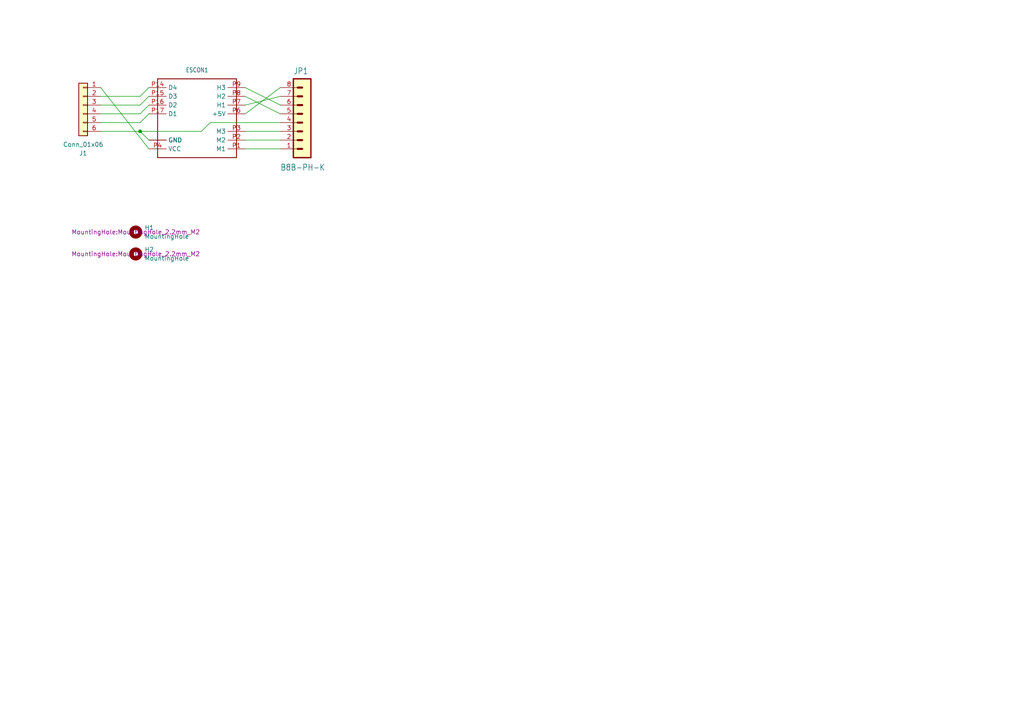
<source format=kicad_sch>
(kicad_sch (version 20231120) (generator "eeschema") (generator_version "8.0")
  (paper "A4")
  (lib_symbols
    (symbol "Connector_Generic:Conn_01x06" (pin_names (offset 1.016) hide)
      (property "Reference" "J" (at 0 7.62 0))
      (property "Value" "Conn_01x06" (at 0 -10.16 0))
      (symbol "Conn_01x06_1_1"
        (rectangle (start -1.27 -7.493) (end 0 -7.747) (stroke (width 0.1524)))
        (rectangle (start -1.27 -4.953) (end 0 -5.207) (stroke (width 0.1524)))
        (rectangle (start -1.27 -2.413) (end 0 -2.667) (stroke (width 0.1524)))
        (rectangle (start -1.27 0.127) (end 0 -0.127) (stroke (width 0.1524)))
        (rectangle (start -1.27 2.667) (end 0 2.413) (stroke (width 0.1524)))
        (rectangle (start -1.27 5.207) (end 0 4.953) (stroke (width 0.1524)))
        (rectangle (start -1.27 6.35) (end 1.27 -8.89) (stroke (width 0.254)) (fill (type background)))
        (pin passive line (at -5.08 5.08 0) (length 3.81) (name "Pin_1") (number "1"))
        (pin passive line (at -5.08 2.54 0) (length 3.81) (name "Pin_2") (number "2"))
        (pin passive line (at -5.08 0 0) (length 3.81) (name "Pin_3") (number "3"))
        (pin passive line (at -5.08 -2.54 0) (length 3.81) (name "Pin_4") (number "4"))
        (pin passive line (at -5.08 -5.08 0) (length 3.81) (name "Pin_5") (number "5"))
        (pin passive line (at -5.08 -7.62 0) (length 3.81) (name "Pin_6") (number "6"))
      )
    )
    (symbol "Mechanical:MountingHole" (pin_names (offset 1.016)) (exclude_from_sim yes) (in_bom no)
      (property "Reference" "H" (at 0 5.08 0))
      (property "Value" "MountingHole" (at 0 3.175 0))
      (symbol "MountingHole_0_1"
        (circle (center 0 0) (radius 1.27) (stroke (width 1.27)))
      )
    )
    (symbol "bohlebots.lib:ESCOM_24/2"
      (property "Reference" "ESCOM" (at -11.43 12.7 0))
      (symbol "ESCOM_24/2_1_0"
        (polyline (pts (xy -10.16 -12.7) (xy 12.7 -12.7)) (stroke (width 0.254)))
        (polyline (pts (xy -10.16 10.16) (xy -10.16 -12.7)) (stroke (width 0.254)))
        (polyline (pts (xy 12.7 -12.7) (xy 12.7 10.16)) (stroke (width 0.254)))
        (polyline (pts (xy 12.7 10.16) (xy -10.16 10.16)) (stroke (width 0.254)))
        (pin bidirectional line (at -12.7 7.62 0) (length 5.08) (name "M1") (number "P1"))
        (pin bidirectional line (at 15.24 -10.16 180) (length 5.08) (name "D4") (number "P14"))
        (pin bidirectional line (at 15.24 -7.62 180) (length 5.08) (name "D3") (number "P15"))
        (pin bidirectional line (at 15.24 -5.08 180) (length 5.08) (name "D2") (number "P16"))
        (pin bidirectional line (at 15.24 -2.54 180) (length 5.08) (name "D1") (number "P17"))
        (pin bidirectional line (at 15.24 5.08 180) (length 5.08) (name "GND") (number "P18"))
        (pin bidirectional line (at -12.7 5.08 0) (length 5.08) (name "M2") (number "P2"))
        (pin bidirectional line (at -12.7 2.54 0) (length 5.08) (name "M3") (number "P3"))
        (pin bidirectional line (at 15.24 7.62 180) (length 5.08) (name "VCC") (number "P4"))
        (pin bidirectional line (at 15.24 5.08 180) (length 5.08) (name "GND") (number "P5"))
        (pin bidirectional line (at -12.7 -2.54 0) (length 5.08) (name "+5V") (number "P6"))
        (pin bidirectional line (at -12.7 -5.08 0) (length 5.08) (name "H1") (number "P7"))
        (pin bidirectional line (at -12.7 -7.62 0) (length 5.08) (name "H2") (number "P8"))
        (pin bidirectional line (at -12.7 -10.16 0) (length 5.08) (name "H3") (number "P9"))
      )
    )
    (symbol "main_backupboard-eagle-import:B8B-PH-K"
      (property "Reference" "JP1" (at -2.54 13.97 0))
      (property "Value" "B8B-PH-K" (at -6.35 -13.97 0))
      (symbol "B8B-PH-K_1_0"
        (polyline (pts (xy 0 -7.62) (xy -1.27 -7.62)) (stroke (width 0.6096)))
        (polyline (pts (xy 0 -5.08) (xy -1.27 -5.08)) (stroke (width 0.6096)))
        (polyline (pts (xy 0 -2.54) (xy -1.27 -2.54)) (stroke (width 0.6096)))
        (polyline (pts (xy 0 0) (xy -1.27 0)) (stroke (width 0.6096)))
        (polyline (pts (xy 0 2.54) (xy -1.27 2.54)) (stroke (width 0.6096)))
        (polyline (pts (xy 0 5.08) (xy -1.27 5.08)) (stroke (width 0.6096)))
        (polyline (pts (xy 0 7.62) (xy -1.27 7.62)) (stroke (width 0.6096)))
        (polyline (pts (xy 0 10.16) (xy -1.27 10.16)) (stroke (width 0.6096)))
        (pin passive line (at -6.35 -7.62 0) (length 5.08) (name "1") (number "1"))
        (pin passive line (at -6.35 -5.08 0) (length 5.08) (name "2") (number "2"))
        (pin passive line (at -6.35 -2.54 0) (length 5.08) (name "3") (number "3"))
        (pin passive line (at -6.35 0 0) (length 5.08) (name "4") (number "4"))
        (pin passive line (at -6.35 2.54 0) (length 5.08) (name "5") (number "5"))
        (pin passive line (at -6.35 5.08 0) (length 5.08) (name "6") (number "6"))
        (pin passive line (at -6.35 7.62 0) (length 5.08) (name "7") (number "7"))
        (pin passive line (at -6.35 10.16 0) (length 5.08) (name "8") (number "8"))
      )
      (symbol "B8B-PH-K_1_1"
        (rectangle (start 2.54 12.7) (end -2.54 -10.16) (stroke (width 0.4064)) (fill (type background)))
      )
    )
  )
  (junction (at 40.64 38.1))
  (wire (pts (xy 40.64 38.1) (xy 43.18 40.64)))
  (wire (pts (xy 40.64 30.48) (xy 43.18 27.94)))
  (wire (pts (xy 29.21 33.02) (xy 40.64 33.02)))
  (wire (pts (xy 29.21 30.48) (xy 40.64 30.48)))
  (wire (pts (xy 71.12 30.48) (xy 81.28 27.94)))
  (wire (pts (xy 40.64 38.1) (xy 58.42 38.1)))
  (wire (pts (xy 40.64 27.94) (xy 43.18 25.4)))
  (wire (pts (xy 60.96 35.56) (xy 81.28 35.56)))
  (wire (pts (xy 29.21 25.4) (xy 43.18 43.18)))
  (wire (pts (xy 81.28 40.64) (xy 71.12 40.64)))
  (wire (pts (xy 29.21 38.1) (xy 40.64 38.1)))
  (wire (pts (xy 40.64 33.02) (xy 43.18 30.48)))
  (wire (pts (xy 58.42 38.1) (xy 60.96 35.56)))
  (wire (pts (xy 71.12 27.94) (xy 81.28 33.02)))
  (wire (pts (xy 40.64 35.56) (xy 43.18 33.02)))
  (wire (pts (xy 71.12 43.18) (xy 81.28 43.18)))
  (wire (pts (xy 71.12 33.02) (xy 81.28 25.4)))
  (wire (pts (xy 71.12 38.1) (xy 81.28 38.1)))
  (wire (pts (xy 29.21 27.94) (xy 40.64 27.94)))
  (wire (pts (xy 29.21 35.56) (xy 40.64 35.56)))
  (wire (pts (xy 71.12 25.4) (xy 81.28 30.48)))
  (symbol (lib_id "bohlebots.lib:ESCOM_24/2") (at 58.42 35.56 180) (unit 1)
    (property "Reference" "ESCON1" (at 57.15 20.32 0) (effects (font (size 1.27 1.0795))))
    (property "Value" "24_2" (effects (hide yes)))
    (property "Footprint" "BohleBots:ESCOM_24_2" (effects (hide yes)))
  )
  (symbol (lib_id "Connector_Generic:Conn_01x06") (at 24.13 30.48 0) (mirror y) (unit 1)
    (property "Reference" "J1" (at 24.13 44.45 0))
    (property "Value" "Conn_01x06" (at 24.13 41.91 0))
    (property "Footprint" "Connector_PinHeader_2.54mm:PinHeader_1x06_P2.54mm_Horizontal" (effects (hide yes)))
    (property "Description" "Generic connector, single row, 01x06, script generated (kicad-library-utils/schlib/autogen/connector/)" (effects (hide yes)))
  )
  (symbol (lib_id "Mechanical:MountingHole") (at 39.37 67.31 0) (unit 1) (exclude_from_sim yes) (in_bom no)
    (property "Reference" "H1" (at 41.91 66.0399 0) (effects (justify left)))
    (property "Value" "MountingHole" (at 41.91 68.5799 0) (effects (justify left)))
    (property "Footprint" "MountingHole:MountingHole_2.2mm_M2" (at 39.37 67.31 0))
    (property "Description" "Mounting Hole without connection" (effects (hide yes)))
  )
  (symbol (lib_id "Mechanical:MountingHole") (at 39.37 73.66 0) (unit 1) (exclude_from_sim yes) (in_bom no)
    (property "Reference" "H2" (at 41.91 72.3899 0) (effects (justify left)))
    (property "Value" "MountingHole" (at 41.91 74.9299 0) (effects (justify left)))
    (property "Footprint" "MountingHole:MountingHole_2.2mm_M2" (at 39.37 73.66 0))
    (property "Description" "Mounting Hole without connection" (effects (hide yes)))
  )
  (symbol (lib_id "main_backupboard-eagle-import:B8B-PH-K") (at 87.63 35.56 0) (unit 1)
    (property "Reference" "JP1" (at 85.09 21.59 0) (effects (font (size 1.778 1.5113)) (justify left bottom)))
    (property "Value" "B8B-PH-K" (at 81.28 49.53 0) (effects (font (size 1.778 1.5113)) (justify left bottom)))
    (property "Footprint" "Connector_JST:JST_PH_B8B-PH-K_1x08_P2.00mm_Vertical" (effects (hide yes)))
  )
)
</source>
